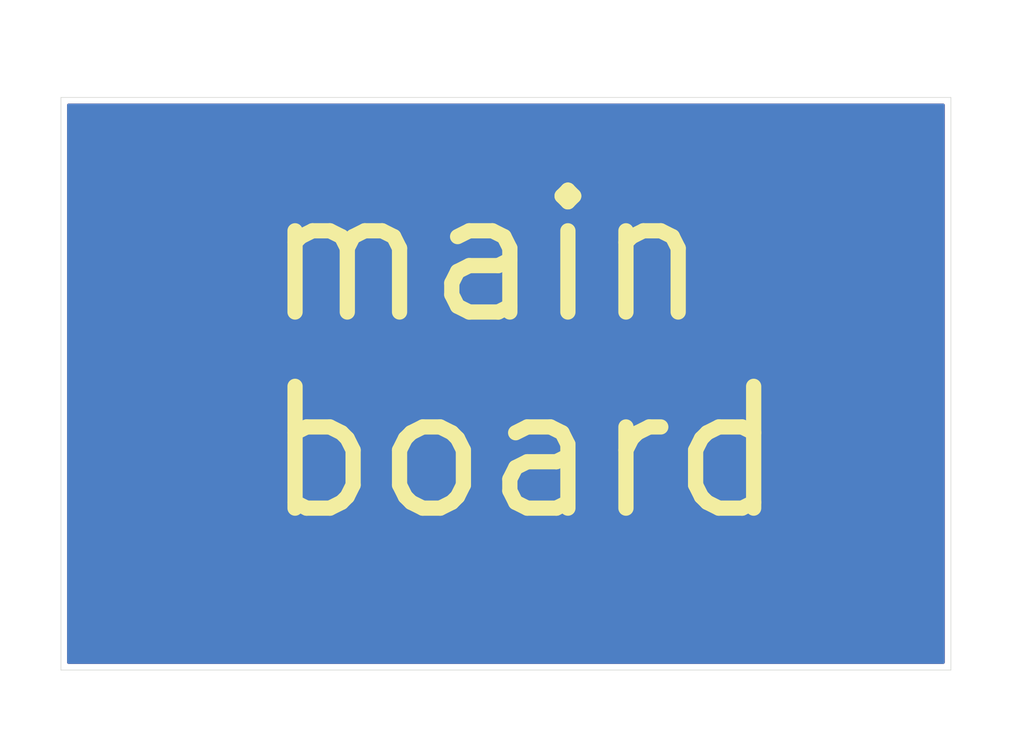
<source format=kicad_pcb>
(kicad_pcb
	(version 20241229)
	(generator "pcbnew")
	(generator_version "9.0")
	(general
		(thickness 1.6)
		(legacy_teardrops no)
	)
	(paper "A4")
	(layers
		(0 "F.Cu" signal)
		(2 "B.Cu" signal)
		(9 "F.Adhes" user "F.Adhesive")
		(11 "B.Adhes" user "B.Adhesive")
		(13 "F.Paste" user)
		(15 "B.Paste" user)
		(5 "F.SilkS" user "F.Silkscreen")
		(7 "B.SilkS" user "B.Silkscreen")
		(1 "F.Mask" user)
		(3 "B.Mask" user)
		(17 "Dwgs.User" user "User.Drawings")
		(19 "Cmts.User" user "User.Comments")
		(21 "Eco1.User" user "User.Eco1")
		(23 "Eco2.User" user "User.Eco2")
		(25 "Edge.Cuts" user)
		(27 "Margin" user)
		(31 "F.CrtYd" user "F.Courtyard")
		(29 "B.CrtYd" user "B.Courtyard")
		(35 "F.Fab" user)
		(33 "B.Fab" user)
		(39 "User.1" user)
		(41 "User.2" user)
		(43 "User.3" user)
		(45 "User.4" user)
	)
	(setup
		(pad_to_mask_clearance 0)
		(allow_soldermask_bridges_in_footprints no)
		(tenting front back)
		(pcbplotparams
			(layerselection 0x00000000_00000000_55555555_5755f5ff)
			(plot_on_all_layers_selection 0x00000000_00000000_00000000_00000000)
			(disableapertmacros no)
			(usegerberextensions no)
			(usegerberattributes yes)
			(usegerberadvancedattributes yes)
			(creategerberjobfile yes)
			(dashed_line_dash_ratio 12.000000)
			(dashed_line_gap_ratio 3.000000)
			(svgprecision 4)
			(plotframeref no)
			(mode 1)
			(useauxorigin no)
			(hpglpennumber 1)
			(hpglpenspeed 20)
			(hpglpendiameter 15.000000)
			(pdf_front_fp_property_popups yes)
			(pdf_back_fp_property_popups yes)
			(pdf_metadata yes)
			(pdf_single_document no)
			(dxfpolygonmode yes)
			(dxfimperialunits yes)
			(dxfusepcbnewfont yes)
			(psnegative no)
			(psa4output no)
			(plot_black_and_white yes)
			(sketchpadsonfab no)
			(plotpadnumbers no)
			(hidednponfab no)
			(sketchdnponfab yes)
			(crossoutdnponfab yes)
			(subtractmaskfromsilk no)
			(outputformat 1)
			(mirror no)
			(drillshape 1)
			(scaleselection 1)
			(outputdirectory "")
		)
	)
	(net 0 "")
	(gr_line
		(start 160 55)
		(end 160 102)
		(stroke
			(width 0.05)
			(type default)
		)
		(layer "Edge.Cuts")
		(uuid "08f89ad8-61b3-4a99-9164-2153e81c2d64")
	)
	(gr_line
		(start 160 102)
		(end 87 102)
		(stroke
			(width 0.05)
			(type default)
		)
		(layer "Edge.Cuts")
		(uuid "c9af4ad0-5ee9-4860-9896-7f6a1de86715")
	)
	(gr_line
		(start 87 102)
		(end 87 55)
		(stroke
			(width 0.05)
			(type default)
		)
		(layer "Edge.Cuts")
		(uuid "d3798e68-8968-40ed-9342-6d05d911dd49")
	)
	(gr_line
		(start 87 55)
		(end 160 55)
		(stroke
			(width 0.05)
			(type default)
		)
		(layer "Edge.Cuts")
		(uuid "d6f8122b-e00b-4c29-bc8b-0334cd8dd045")
	)
	(gr_text "main\nboard"
		(at 103 90 0)
		(layer "F.SilkS")
		(uuid "a77e9b64-56bd-450e-87c2-f51a0387f012")
		(effects
			(font
				(size 10 10)
				(thickness 1.25)
			)
			(justify left bottom)
		)
	)
	(zone
		(net 0)
		(net_name "")
		(layers "F.Cu" "B.Cu")
		(uuid "8a07ebb3-0f72-47d7-9624-7cc4ce6f0b90")
		(hatch edge 0.5)
		(connect_pads
			(clearance 0.5)
		)
		(min_thickness 0.25)
		(filled_areas_thickness no)
		(fill yes
			(thermal_gap 0.5)
			(thermal_bridge_width 0.5)
			(island_removal_mode 1)
			(island_area_min 10)
		)
		(polygon
			(pts
				(xy 83 47) (xy 166 47) (xy 166 107) (xy 82 107)
			)
		)
		(filled_polygon
			(layer "F.Cu")
			(island)
			(pts
				(xy 159.442539 55.520185) (xy 159.488294 55.572989) (xy 159.4995 55.6245) (xy 159.4995 101.3755)
				(xy 159.479815 101.442539) (xy 159.427011 101.488294) (xy 159.3755 101.4995) (xy 87.6245 101.4995)
				(xy 87.557461 101.479815) (xy 87.511706 101.427011) (xy 87.5005 101.3755) (xy 87.5005 55.6245) (xy 87.520185 55.557461)
				(xy 87.572989 55.511706) (xy 87.6245 55.5005) (xy 159.3755 55.5005)
			)
		)
		(filled_polygon
			(layer "B.Cu")
			(island)
			(pts
				(xy 159.442539 55.520185) (xy 159.488294 55.572989) (xy 159.4995 55.6245) (xy 159.4995 101.3755)
				(xy 159.479815 101.442539) (xy 159.427011 101.488294) (xy 159.3755 101.4995) (xy 87.6245 101.4995)
				(xy 87.557461 101.479815) (xy 87.511706 101.427011) (xy 87.5005 101.3755) (xy 87.5005 55.6245) (xy 87.520185 55.557461)
				(xy 87.572989 55.511706) (xy 87.6245 55.5005) (xy 159.3755 55.5005)
			)
		)
	)
	(embedded_fonts no)
)

</source>
